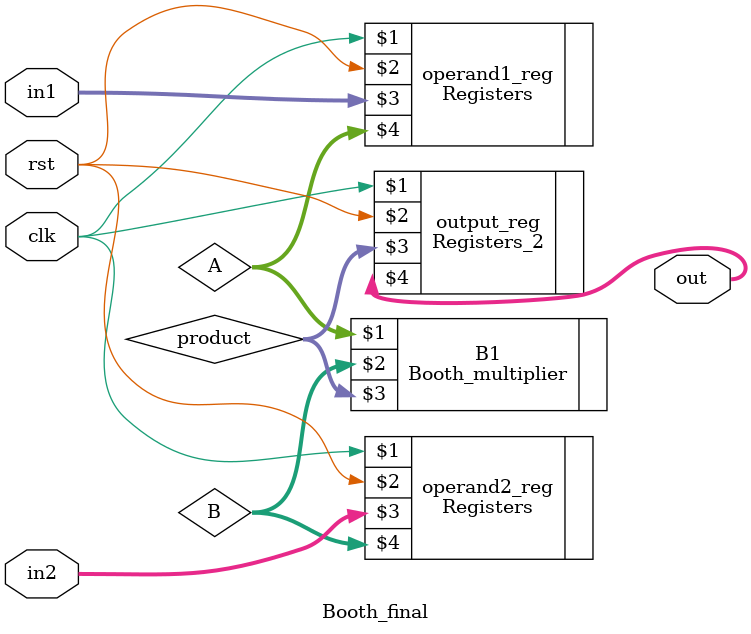
<source format=v>

module Booth_final (
    input clk,
    input rst,
    input [31:0] in1,
    input [31:0] in2,
    output  [63:0]  out
);


wire [31:0]A;
wire [31:0]B;
wire [63:0]product;



Registers  operand1_reg (clk,rst,in1,A); 
Registers  operand2_reg (clk,rst,in2,B); 

Booth_multiplier B1  (A,B,product);
    
Registers_2  output_reg (clk,rst,product,out); 


endmodule
</source>
